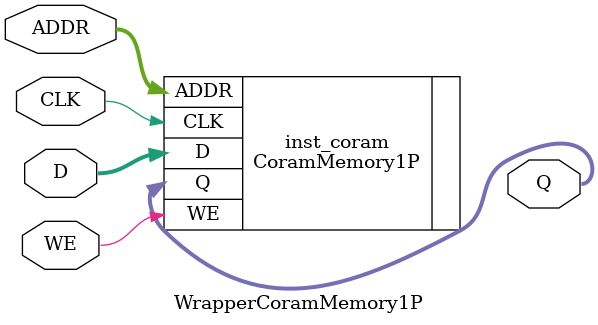
<source format=v>
`include "pycoram.v"

`define THREAD_NAME "ctrl_thread"
`define NUM_BANKS 8

module userlogic #  
  (
   parameter W_A = 7,
   parameter W_COMM_A = 4,
   parameter W_D = 32,
   parameter SIZE = 128
   )
  (
   input CLK,
   input RST,
   output reg [31:0] sum_all
   );

  reg [W_D-1:0]  comm_d;
  reg            comm_enq;
  wire           comm_full;
  wire [W_D-1:0] comm_q;
  reg            comm_deq;
  wire           comm_empty;
  
  reg [3:0] state;

  reg [`NUM_BANKS-1:0] sum_read_pos;
  wire [W_D-1:0] sum_read [0:`NUM_BANKS-1];
  
  genvar i;
  generate for(i=0; i<`NUM_BANKS; i=i+1) begin: loop
    reg [W_A-1:0] mem_addr;
    reg [W_D-1:0] mem_d;
    reg           mem_we;
    wire [W_D-1:0] mem_q;
    reg [W_D-1:0] sum;
    assign sum_read[i] = sum;
    
    always @(posedge CLK) begin
      if(RST) begin
        mem_we <= 0;
      end else begin
        if(state == 0) begin
          sum <= 0;
          mem_d <= 0;
          mem_we <= 0;
          mem_addr <= 0;
        end else if(state == 1) begin
          mem_addr <= 0;
        end else if(state == 2) begin
          mem_addr <= mem_addr + 1;
        end else if(state == 3) begin
          mem_addr <= mem_addr + 1;
          sum <= sum + mem_q;
        end else if(state == 4) begin
          sum <= sum + mem_q;
        end else if(state == 5) begin
          sum <= sum + mem_q;
        end
      end
    end

    WrapperCoramMemory1P
    //CoramMemory1P
      #(
        .CORAM_THREAD_NAME(`THREAD_NAME),
        .CORAM_ID(0),
        .CORAM_SUB_ID(i),
        .CORAM_ADDR_LEN(W_A),
        .CORAM_DATA_WIDTH(W_D)
        )
    inst_data_memory
      (
       .CLK(CLK),
       .ADDR(mem_addr),
       .D(mem_d),
       .WE(mem_we),
       .Q(mem_q)
       );

  end endgenerate

  always @(posedge CLK) begin
    if(RST) begin
      state <= 0;
      comm_deq <= 0;
      comm_enq <= 0;
      sum_read_pos <= 0;
    end else begin
      // default value
      comm_enq <= 0;
      comm_deq <= 0;
      if(state == 0) begin
        sum_all <= 0;
        if(!comm_empty) begin
          comm_deq <= 1;
          state <= 1;
        end
      end else if(state == 1) begin
        state <= 2;
      end else if(state == 2) begin
        state <= 3;
      end else if(state == 3) begin
        if(loop[0].mem_addr == SIZE-2) begin
          state <= 4;
        end
      end else if(state == 4) begin
        state <= 5;
      end else if(state == 5) begin
        state <= 6;
        sum_read_pos <= 0;
        sum_all <= 0;
      end else if(state == 6) begin
        sum_all <= sum_all + sum_read[sum_read_pos] ;
        sum_read_pos <= sum_read_pos + 1;
        if(sum_read_pos == `NUM_BANKS-1) begin
          state <= 7;
        end
      end else if(state == 7) begin
        if(!comm_full) begin
          comm_d <= sum_all;
          comm_enq <= 1;
          state <= 8;
        end
      end else if(state == 8) begin
        comm_enq <= 0;
        if(!comm_empty) begin
          comm_deq <= 1;
          state <= 1;
        end
      end
    end
  end
  
  CoramChannel
  #(
    .CORAM_THREAD_NAME(`THREAD_NAME),
    .CORAM_ID(0),
    .CORAM_ADDR_LEN(W_COMM_A),
    .CORAM_DATA_WIDTH(W_D)
    )
  inst_comm_channel
  (.CLK(CLK),
   .RST(RST),
   .D(comm_d),
   .ENQ(comm_enq),
   .FULL(comm_full),
   .Q(comm_q),
   .DEQ(comm_deq),
   .EMPTY(comm_empty)
   );

endmodule
  
module WrapperCoramMemory1P(CLK, ADDR, D, WE, Q);
  parameter CORAM_THREAD_NAME = "undefined";
  parameter CORAM_THREAD_ID = 0;
  parameter CORAM_ID = 0;
  parameter CORAM_SUB_ID = 0;
  parameter CORAM_ADDR_LEN = 10;
  parameter CORAM_DATA_WIDTH = 32;

  input                         CLK;
  input  [CORAM_ADDR_LEN-1:0]   ADDR;
  input  [CORAM_DATA_WIDTH-1:0] D;
  input                         WE;
  output [CORAM_DATA_WIDTH-1:0] Q;

  CoramMemory1P
  #(
    .CORAM_THREAD_NAME(CORAM_THREAD_NAME),
    .CORAM_THREAD_ID(CORAM_THREAD_ID),
    .CORAM_ID(CORAM_ID),
    .CORAM_SUB_ID(CORAM_SUB_ID),
    .CORAM_ADDR_LEN(CORAM_ADDR_LEN),
    .CORAM_DATA_WIDTH(CORAM_DATA_WIDTH)
    )
  inst_coram
  (.CLK(CLK),
   .ADDR(ADDR),
   .D(D),
   .WE(WE),
   .Q(Q)
   );
  
endmodule

</source>
